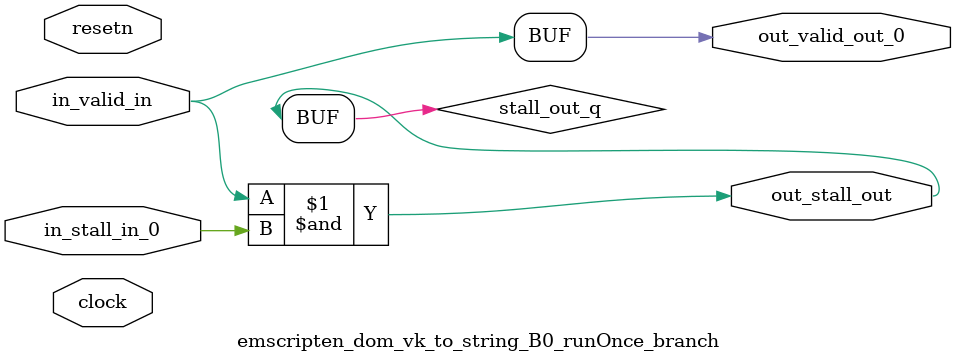
<source format=sv>



(* altera_attribute = "-name AUTO_SHIFT_REGISTER_RECOGNITION OFF; -name MESSAGE_DISABLE 10036; -name MESSAGE_DISABLE 10037; -name MESSAGE_DISABLE 14130; -name MESSAGE_DISABLE 14320; -name MESSAGE_DISABLE 15400; -name MESSAGE_DISABLE 14130; -name MESSAGE_DISABLE 10036; -name MESSAGE_DISABLE 12020; -name MESSAGE_DISABLE 12030; -name MESSAGE_DISABLE 12010; -name MESSAGE_DISABLE 12110; -name MESSAGE_DISABLE 14320; -name MESSAGE_DISABLE 13410; -name MESSAGE_DISABLE 113007; -name MESSAGE_DISABLE 10958" *)
module emscripten_dom_vk_to_string_B0_runOnce_branch (
    input wire [0:0] in_stall_in_0,
    input wire [0:0] in_valid_in,
    output wire [0:0] out_stall_out,
    output wire [0:0] out_valid_out_0,
    input wire clock,
    input wire resetn
    );

    wire [0:0] stall_out_q;


    // stall_out(LOGICAL,6)
    assign stall_out_q = in_valid_in & in_stall_in_0;

    // out_stall_out(GPOUT,4)
    assign out_stall_out = stall_out_q;

    // out_valid_out_0(GPOUT,5)
    assign out_valid_out_0 = in_valid_in;

endmodule

</source>
